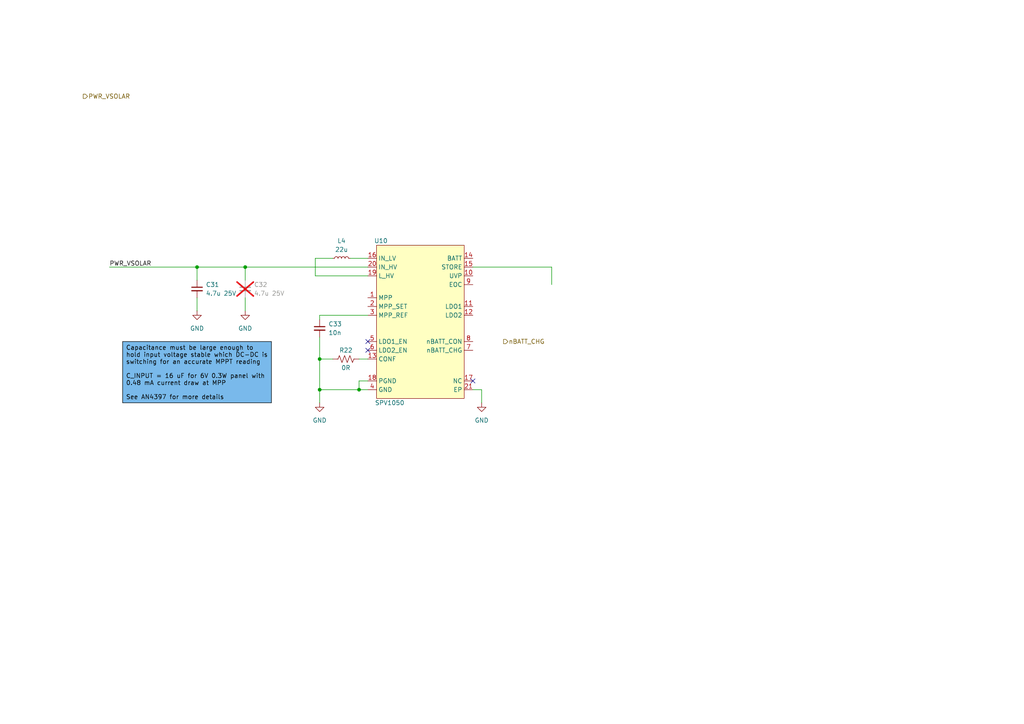
<source format=kicad_sch>
(kicad_sch (version 20231120) (generator "eeschema") (generator_version "8.0")
  (paper "A4")
  (title_block (date "2025-01-04"))
  (lib_symbols
    (symbol "DB:CC0402KRX7R8BB103" (pin_numbers hide) (pin_names (offset 0.254) hide)
      (property "Reference" "C" (at 0.254 1.778 0))
      (property "Value" "10n" (at 0.254 -2.032 0))
      (symbol "CC0402KRX7R8BB103_0_1"
        (polyline (pts (xy -1.524 -0.508) (xy 1.524 -0.508)) (stroke (width 0.3302)))
        (polyline (pts (xy -1.524 0.508) (xy 1.524 0.508)) (stroke (width 0.3048)))
      )
      (symbol "CC0402KRX7R8BB103_1_1"
        (pin passive line (at 0 2.54 270) (length 2.032) (name "~") (number "1"))
        (pin passive line (at 0 -2.54 90) (length 2.032) (name "~") (number "2"))
      )
    )
    (symbol "DB:CC0805KKX7R8BB475" (pin_numbers hide) (pin_names (offset 0.254) hide)
      (property "Reference" "C" (at 0.254 1.778 0))
      (property "Value" "4.7u 25V" (at 0.254 -2.032 0))
      (symbol "CC0805KKX7R8BB475_0_1"
        (polyline (pts (xy -1.524 -0.508) (xy 1.524 -0.508)) (stroke (width 0.3302)))
        (polyline (pts (xy -1.524 0.508) (xy 1.524 0.508)) (stroke (width 0.3048)))
      )
      (symbol "CC0805KKX7R8BB475_1_1"
        (pin passive line (at 0 2.54 270) (length 2.032) (name "~") (number "1"))
        (pin passive line (at 0 -2.54 90) (length 2.032) (name "~") (number "2"))
      )
    )
    (symbol "DB:ERJ-2GE0R00X" (pin_numbers hide) (pin_names (offset 0)) (exclude_from_sim yes)
      (property "Reference" "R" (at 2.54 0 90))
      (property "Value" "0R" (at -2.54 0 90))
      (symbol "ERJ-2GE0R00X_0_1"
        (polyline (pts (xy 0 -2.286) (xy 0 -2.54)))
        (polyline (pts (xy 0 2.286) (xy 0 2.54)))
        (polyline (pts (xy 0 -0.762) (xy 1.016 -1.143) (xy 0 -1.524) (xy -1.016 -1.905) (xy 0 -2.286)))
        (polyline (pts (xy 0 0.762) (xy 1.016 0.381) (xy 0 0) (xy -1.016 -0.381) (xy 0 -0.762)))
        (polyline (pts (xy 0 2.286) (xy 1.016 1.905) (xy 0 1.524) (xy -1.016 1.143) (xy 0 0.762)))
      )
      (symbol "ERJ-2GE0R00X_1_1"
        (pin passive line (at 0 3.81 270) (length 1.27) (name "~") (number "1"))
        (pin passive line (at 0 -3.81 90) (length 1.27) (name "~") (number "2"))
      )
    )
    (symbol "DB:LSXND4040TKL220MDG" (pin_numbers hide) (pin_names (offset 0.254) hide) (exclude_from_sim yes)
      (property "Reference" "L" (at 0.762 1.016 0))
      (property "Value" "22u" (at 0.762 -1.016 0))
      (symbol "LSXND4040TKL220MDG_0_1"
        (arc (start 0 -2.032) (mid 0.5058 -1.524) (end 0 -1.016))
        (arc (start 0 -1.016) (mid 0.5058 -0.508) (end 0 0))
        (arc (start 0 0) (mid 0.5058 0.508) (end 0 1.016))
        (arc (start 0 1.016) (mid 0.5058 1.524) (end 0 2.032))
      )
      (symbol "LSXND4040TKL220MDG_1_1"
        (pin passive line (at 0 2.54 270) (length 0.508) (name "~") (number "1"))
        (pin passive line (at 0 -2.54 90) (length 0.508) (name "~") (number "2"))
      )
    )
    (symbol "DB:SPV1050TTR"
      (property "Reference" "U" (at 1.27 1.27 0))
      (property "Value" "SPV1050" (at 0 0 0))
      (symbol "SPV1050TTR_1_1"
        (rectangle (start 0 0) (end 25.4 -44.45) (fill (type background)))
        (pin passive line (at -2.54 -15.24 0) (length 2.54) (name "MPP") (number "1"))
        (pin passive line (at 27.94 -8.89 180) (length 2.54) (name "UVP") (number "10"))
        (pin passive line (at 27.94 -17.78 180) (length 2.54) (name "LDO1") (number "11"))
        (pin passive line (at 27.94 -20.32 180) (length 2.54) (name "LDO2") (number "12"))
        (pin passive line (at -2.54 -33.02 0) (length 2.54) (name "CONF") (number "13"))
        (pin passive line (at 27.94 -3.81 180) (length 2.54) (name "BATT") (number "14"))
        (pin passive line (at 27.94 -6.35 180) (length 2.54) (name "STORE") (number "15"))
        (pin passive line (at -2.54 -3.81 0) (length 2.54) (name "IN_LV") (number "16"))
        (pin passive line (at 27.94 -39.37 180) (length 2.54) (name "NC") (number "17"))
        (pin passive line (at -2.54 -39.37 0) (length 2.54) (name "PGND") (number "18"))
        (pin passive line (at -2.54 -8.89 0) (length 2.54) (name "L_HV") (number "19"))
        (pin passive line (at -2.54 -17.78 0) (length 2.54) (name "MPP_SET") (number "2"))
        (pin passive line (at -2.54 -6.35 0) (length 2.54) (name "IN_HV") (number "20"))
        (pin passive line (at 27.94 -41.91 180) (length 2.54) (name "EP") (number "21"))
        (pin passive line (at -2.54 -20.32 0) (length 2.54) (name "MPP_REF") (number "3"))
        (pin passive line (at -2.54 -41.91 0) (length 2.54) (name "GND") (number "4"))
        (pin passive line (at -2.54 -27.94 0) (length 2.54) (name "LDO1_EN") (number "5"))
        (pin passive line (at -2.54 -30.48 0) (length 2.54) (name "LDO2_EN") (number "6"))
        (pin passive line (at 27.94 -30.48 180) (length 2.54) (name "nBATT_CHG") (number "7"))
        (pin passive line (at 27.94 -27.94 180) (length 2.54) (name "nBATT_CON") (number "8"))
        (pin passive line (at 27.94 -11.43 180) (length 2.54) (name "EOC") (number "9"))
      )
    )
    (symbol "power:GND" (power) (pin_numbers hide) (pin_names (offset 0) hide)
      (property "Value" "GND" (at 0 -3.81 0))
      (symbol "GND_0_1"
        (polyline (pts (xy 0 0) (xy 0 -1.27) (xy 1.27 -1.27) (xy 0 -2.54) (xy -1.27 -1.27) (xy 0 -1.27)))
      )
      (symbol "GND_1_1"
        (pin power_in line (at 0 0 270) (length 0) (name "~") (number "1"))
      )
    )
  )
  (junction (at 71.12 77.47))
  (junction (at 57.15 77.47))
  (junction (at 92.71 104.14))
  (junction (at 92.71 113.03))
  (junction (at 104.14 113.03))
  (no_connect (at 137.16 110.49))
  (no_connect (at 106.68 101.6))
  (no_connect (at 106.68 99.06))
  (wire (pts (xy 104.14 110.49) (xy 104.14 113.03)))
  (wire (pts (xy 139.7 113.03) (xy 139.7 116.84)))
  (wire (pts (xy 57.15 86.36) (xy 57.15 90.17)))
  (wire (pts (xy 137.16 77.47) (xy 160.02 77.47)))
  (wire (pts (xy 57.15 77.47) (xy 71.12 77.47)))
  (wire (pts (xy 104.14 113.03) (xy 106.68 113.03)))
  (wire (pts (xy 106.68 110.49) (xy 104.14 110.49)))
  (wire (pts (xy 92.71 91.44) (xy 92.71 92.71)))
  (wire (pts (xy 106.68 91.44) (xy 92.71 91.44)))
  (wire (pts (xy 92.71 97.79) (xy 92.71 104.14)))
  (wire (pts (xy 71.12 77.47) (xy 71.12 81.28)))
  (wire (pts (xy 71.12 77.47) (xy 106.68 77.47)))
  (wire (pts (xy 91.44 74.93) (xy 96.52 74.93)))
  (wire (pts (xy 91.44 80.01) (xy 91.44 74.93)))
  (wire (pts (xy 92.71 113.03) (xy 92.71 116.84)))
  (wire (pts (xy 92.71 104.14) (xy 92.71 113.03)))
  (wire (pts (xy 92.71 104.14) (xy 96.52 104.14)))
  (wire (pts (xy 31.75 77.47) (xy 57.15 77.47)))
  (wire (pts (xy 57.15 81.28) (xy 57.15 77.47)))
  (wire (pts (xy 137.16 113.03) (xy 139.7 113.03)))
  (wire (pts (xy 160.02 77.47) (xy 160.02 82.55)))
  (wire (pts (xy 71.12 86.36) (xy 71.12 90.17)))
  (wire (pts (xy 104.14 104.14) (xy 106.68 104.14)))
  (wire (pts (xy 101.6 74.93) (xy 106.68 74.93)))
  (wire (pts (xy 91.44 80.01) (xy 106.68 80.01)))
  (wire (pts (xy 92.71 113.03) (xy 104.14 113.03)))
  (text_box "Capacitance must be large enough to hold input voltage stable which DC-DC is switching for an accurate MPPT reading\n\nC_INPUT = 16 uF for 6V 0.3W panel with 0.48 mA current draw at MPP\n\nSee AN4397 for more details\n" (exclude_from_sim yes) (at 35.56 99.06 0) (size 43.18 17.78) (stroke (width 0) (color 0 0 0 1)) (fill (type color) (color 76 163 228 0.75)) (effects (font (size 1.27 1.27)) (justify left)))
  (label "PWR_VSOLAR" (at 31.75 77.47 0))
  (hierarchical_label "nBATT_CHG" (shape output) (at 146.05 99.06 0))
  (hierarchical_label "PWR_VSOLAR" (shape output) (at 24.13 27.94 0))
  (symbol (lib_id "power:GND") (at 139.7 116.84 0) (mirror y) (unit 1)
    (property "Reference" "#PWR073" (effects (hide yes)))
    (property "Value" "GND" (at 139.7 121.92 0))
    (property "Description" "Power symbol creates a global label with name \"GND\" , ground" (effects (hide yes)))
  )
  (symbol (lib_id "power:GND") (at 57.15 90.17 0) (mirror y) (unit 1)
    (property "Reference" "#PWR070" (effects (hide yes)))
    (property "Value" "GND" (at 57.15 95.25 0))
    (property "Description" "Power symbol creates a global label with name \"GND\" , ground" (effects (hide yes)))
  )
  (symbol (lib_id "DB:ERJ-2GE0R00X") (at 100.33 104.14 90) (unit 1) (exclude_from_sim yes)
    (property "Reference" "R22" (at 100.33 101.6 90))
    (property "Value" "0R" (at 100.33 106.68 90))
    (property "Footprint" "footprints:R_0402_1005Metric" (effects (hide yes)))
    (property "Datasheet" "http://parts.djgood.ca/en/part/19/info" (effects (hide yes)))
    (property "Description" "0 Ohms Jumper Chip Resistor 0402 (1005 Metric) Automotive AEC-Q200 Thick Film" (effects (hide yes)))
    (property "Category" "Resistors/Thick Film" (effects (hide yes)))
    (property "MPN" "ERJ-2GE0R00X" (effects (hide yes)))
    (property "Manufacturer" "Panasonic Electronic Components" (effects (hide yes)))
    (property "Manufacturing Status" "Active" (effects (hide yes)))
    (property "Part-DB Footprint" "0402" (effects (hide yes)))
    (property "Part-DB ID" "19" (effects (hide yes)))
  )
  (symbol (lib_id "DB:LSXND4040TKL220MDG") (at 99.06 74.93 90) (unit 1) (exclude_from_sim yes)
    (property "Reference" "L4" (at 99.06 69.85 90))
    (property "Value" "22u" (at 99.06 72.39 90))
    (property "Footprint" "footprints:L_Taiyo-Yuden_MD-4040" (effects (hide yes)))
    (property "Datasheet" "http://parts.djgood.ca/en/part/61/info" (effects (hide yes)))
    (property "Description" "22 µH Shielded Wirewound Inductor 720 mA 348mOhm Max 1616 (4040 Metric)" (effects (hide yes)))
    (property "Category" "Inductors/Fixed Inductors" (effects (hide yes)))
    (property "MPN" "LSXND4040TKL220MDG" (effects (hide yes)))
    (property "Manufacturer" "Taiyo Yuden" (effects (hide yes)))
    (property "Manufacturing Status" "Active" (effects (hide yes)))
    (property "Part-DB Footprint" "1616" (effects (hide yes)))
    (property "Part-DB ID" "61" (effects (hide yes)))
  )
  (symbol (lib_id "DB:CC0805KKX7R8BB475") (at 71.12 83.82 0) (unit 1) (dnp yes)
    (property "Reference" "C32" (at 73.66 82.5562 0) (effects (justify left)))
    (property "Value" "4.7u 25V" (at 73.66 85.0962 0) (effects (justify left)))
    (property "Footprint" "footprints:C_0805_2012Metric" (effects (hide yes)))
    (property "Datasheet" "http://parts.djgood.ca/en/part/16/info" (effects (hide yes)))
    (property "Description" "4.7 µF ±10% 25V Ceramic Capacitor X7R 0805 (2012 Metric)" (effects (hide yes)))
    (property "Category" "Capacitors/Ceramic Capacitors" (effects (hide yes)))
    (property "MPN" "CC0805KKX7R8BB475" (effects (hide yes)))
    (property "Manufacturer" "YAGEO" (effects (hide yes)))
    (property "Manufacturing Status" "Active" (effects (hide yes)))
    (property "Part-DB Footprint" "0805" (effects (hide yes)))
    (property "Part-DB ID" "16" (effects (hide yes)))
  )
  (symbol (lib_id "power:GND") (at 92.71 116.84 0) (mirror y) (unit 1)
    (property "Reference" "#PWR072" (effects (hide yes)))
    (property "Value" "GND" (at 92.71 121.92 0))
    (property "Description" "Power symbol creates a global label with name \"GND\" , ground" (effects (hide yes)))
  )
  (symbol (lib_id "DB:CC0805KKX7R8BB475") (at 57.15 83.82 0) (unit 1)
    (property "Reference" "C31" (at 59.69 82.5562 0) (effects (justify left)))
    (property "Value" "4.7u 25V" (at 59.69 85.0962 0) (effects (justify left)))
    (property "Footprint" "footprints:C_0805_2012Metric" (effects (hide yes)))
    (property "Datasheet" "http://parts.djgood.ca/en/part/16/info" (effects (hide yes)))
    (property "Description" "4.7 µF ±10% 25V Ceramic Capacitor X7R 0805 (2012 Metric)" (effects (hide yes)))
    (property "Category" "Capacitors/Ceramic Capacitors" (effects (hide yes)))
    (property "MPN" "CC0805KKX7R8BB475" (effects (hide yes)))
    (property "Manufacturer" "YAGEO" (effects (hide yes)))
    (property "Manufacturing Status" "Active" (effects (hide yes)))
    (property "Part-DB Footprint" "0805" (effects (hide yes)))
    (property "Part-DB ID" "16" (effects (hide yes)))
  )
  (symbol (lib_id "DB:CC0402KRX7R8BB103") (at 92.71 95.25 0) (unit 1)
    (property "Reference" "C33" (at 95.25 93.9862 0) (effects (justify left)))
    (property "Value" "10n" (at 95.25 96.5262 0) (effects (justify left)))
    (property "Footprint" "footprints:C_0402_1005Metric" (effects (hide yes)))
    (property "Datasheet" "http://parts.djgood.ca/en/part/17/info" (effects (hide yes)))
    (property "Description" "10000 pF ±10% 25V Ceramic Capacitor X7R 0402 (1005 Metric)" (effects (hide yes)))
    (property "Category" "Capacitors/Ceramic Capacitors" (effects (hide yes)))
    (property "MPN" "CC0402KRX7R8BB103" (effects (hide yes)))
    (property "Manufacturer" "YAGEO" (effects (hide yes)))
    (property "Manufacturing Status" "Active" (effects (hide yes)))
    (property "Part-DB Footprint" "0402" (effects (hide yes)))
    (property "Part-DB ID" "17" (effects (hide yes)))
  )
  (symbol (lib_id "power:GND") (at 71.12 90.17 0) (mirror y) (unit 1)
    (property "Reference" "#PWR071" (effects (hide yes)))
    (property "Value" "GND" (at 71.12 95.25 0))
    (property "Description" "Power symbol creates a global label with name \"GND\" , ground" (effects (hide yes)))
  )
  (symbol (lib_id "DB:SPV1050TTR") (at 109.22 71.12 0) (unit 1)
    (property "Reference" "U10" (at 110.49 69.85 0))
    (property "Value" "SPV1050" (at 113.03 116.84 0))
    (property "Footprint" "footprints:SPV1050" (effects (hide yes)))
    (property "Datasheet" "http://parts.djgood.ca/en/part/41/info" (effects (hide yes)))
    (property "Description" "Charger IC Multi-Chemistry 20-VFQFPN (3x3)" (effects (hide yes)))
    (property "Category" "Integrated Circuits/PMIC" (effects (hide yes)))
    (property "MPN" "SPV1050TTR" (effects (hide yes)))
    (property "Manufacturer" "STMicroelectronics" (effects (hide yes)))
    (property "Manufacturing Status" "Active" (effects (hide yes)))
    (property "Part-DB Footprint" "20-VFQFPN (3x3)" (effects (hide yes)))
    (property "Part-DB ID" "41" (effects (hide yes)))
  )
)
</source>
